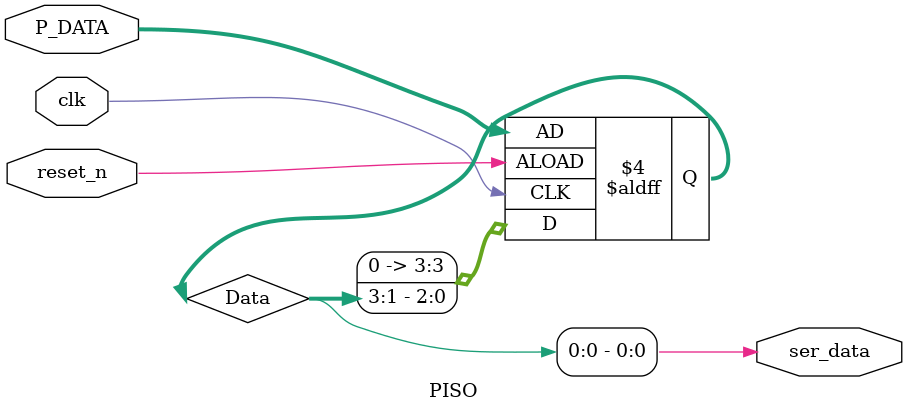
<source format=v>
module PISO
(
	input wire clk,reset_n,
	input wire [3:0] P_DATA,
	output  ser_data
);



	reg[3:0] Data;
	
	
	//shift the P_input data
	always @(posedge clk, negedge reset_n)
	begin
		if (~reset_n)
			Data <= P_DATA;
		
		else 
			Data <= Data >> 1;
	end
	
	assign ser_data = Data[0];
	
endmodule

</source>
